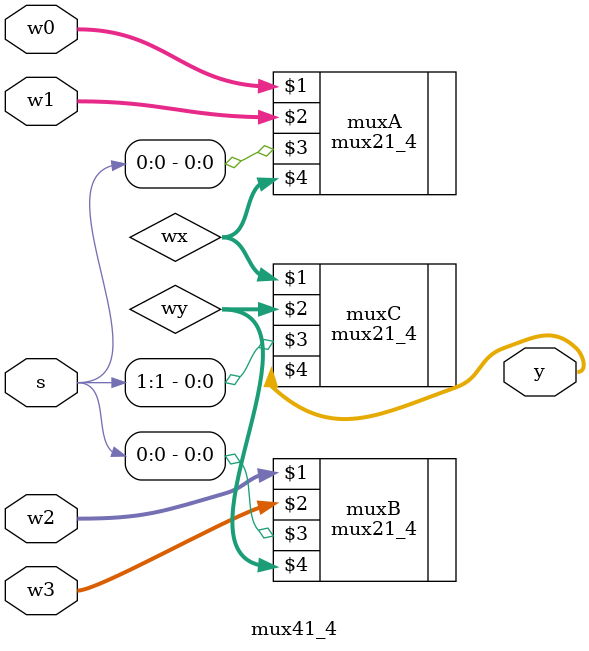
<source format=v>
`include "../mux21_4/mux21_4.v"

module mux41_4(w0,w1,w2,w3,s,y);
    input wire[3:0] w0, w1, w2, w3;
    input wire[1:0] s;
    output wire[3:0] y;
    
    wire[3:0] wx, wy;

    mux21_4 muxA(w0, w1, s[0], wx);
    mux21_4 muxB(w2, w3, s[0], wy);
    mux21_4 muxC(wx, wy, s[1], y);
    
endmodule
</source>
